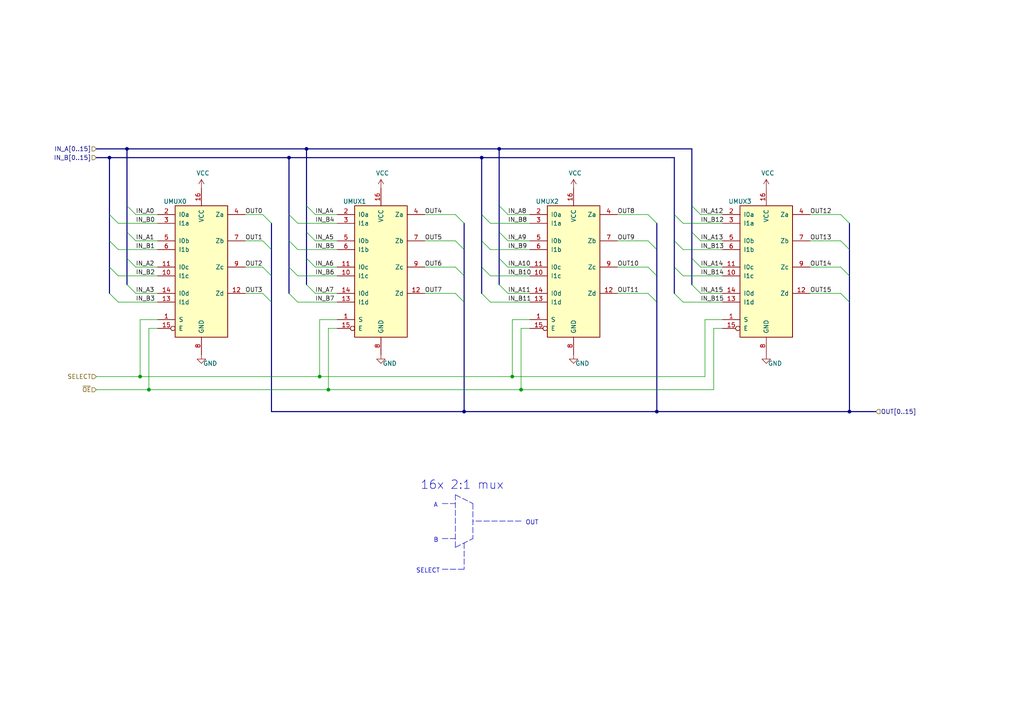
<source format=kicad_sch>
(kicad_sch (version 20211123) (generator eeschema)
  (paper "A4")
  (lib_symbols
    (symbol "74xx:74LS157" (pin_names (offset 1.016))
      (property "Reference" "U" (at -7.62 19.05 0))
      (property "Value" "74LS157" (at -7.62 -21.59 0))
      (symbol "74LS157_1_0"
        (pin input line (at -12.7 -15.24 0) (length 5.08) (name "S") (number "1"))
        (pin input line (at -12.7 -2.54 0) (length 5.08) (name "I1c") (number "10"))
        (pin input line (at -12.7 0 0) (length 5.08) (name "I0c") (number "11"))
        (pin output line (at 12.7 -7.62 180) (length 5.08) (name "Zd") (number "12"))
        (pin input line (at -12.7 -10.16 0) (length 5.08) (name "I1d") (number "13"))
        (pin input line (at -12.7 -7.62 0) (length 5.08) (name "I0d") (number "14"))
        (pin input inverted (at -12.7 -17.78 0) (length 5.08) (name "E") (number "15"))
        (pin power_in line (at 0 22.86 270) (length 5.08) (name "VCC") (number "16"))
        (pin input line (at -12.7 15.24 0) (length 5.08) (name "I0a") (number "2"))
        (pin input line (at -12.7 12.7 0) (length 5.08) (name "I1a") (number "3"))
        (pin output line (at 12.7 15.24 180) (length 5.08) (name "Za") (number "4"))
        (pin input line (at -12.7 7.62 0) (length 5.08) (name "I0b") (number "5"))
        (pin input line (at -12.7 5.08 0) (length 5.08) (name "I1b") (number "6"))
        (pin output line (at 12.7 7.62 180) (length 5.08) (name "Zb") (number "7"))
        (pin power_in line (at 0 -25.4 90) (length 5.08) (name "GND") (number "8"))
        (pin output line (at 12.7 0 180) (length 5.08) (name "Zc") (number "9"))
      )
      (symbol "74LS157_1_1"
        (rectangle (start -7.62 17.78) (end 7.62 -20.32) (stroke (width 0.254)) (fill (type background)))
      )
    )
    (symbol "power:GND" (power) (pin_names (offset 0))
      (property "Value" "GND" (at 0 -3.81 0))
      (symbol "GND_0_1"
        (polyline (pts (xy 0 0) (xy 0 -1.27) (xy 1.27 -1.27) (xy 0 -2.54) (xy -1.27 -1.27) (xy 0 -1.27)))
      )
      (symbol "GND_1_1"
        (pin power_in line (at 0 0 270) (length 0) hide (name "GND") (number "1"))
      )
    )
    (symbol "power:VCC" (power) (pin_names (offset 0))
      (property "Value" "VCC" (at 0 3.81 0))
      (symbol "VCC_0_1"
        (polyline (pts (xy -0.762 1.27) (xy 0 2.54)))
        (polyline (pts (xy 0 0) (xy 0 2.54)))
        (polyline (pts (xy 0 2.54) (xy 0.762 1.27)))
      )
      (symbol "VCC_1_1"
        (pin power_in line (at 0 0 90) (length 0) hide (name "VCC") (number "1"))
      )
    )
  )
  (junction (at 134.62 119.38))
  (junction (at 148.59 109.22))
  (junction (at 40.64 109.22))
  (junction (at 144.78 43.18))
  (junction (at 83.82 45.72))
  (junction (at 88.9 43.18))
  (junction (at 246.38 119.38))
  (junction (at 190.5 119.38))
  (junction (at 31.75 45.72))
  (junction (at 151.13 113.03))
  (junction (at 36.83 43.18))
  (junction (at 92.71 109.22))
  (junction (at 43.18 113.03))
  (junction (at 139.7 45.72))
  (junction (at 95.25 113.03))
  (bus_entry (at 195.58 85.09) (size 2.54 2.54))
  (bus_entry (at 200.66 82.55) (size 2.54 2.54))
  (bus_entry (at 243.84 69.85) (size 2.54 2.54))
  (bus_entry (at 83.82 69.85) (size 2.54 2.54))
  (bus_entry (at 200.66 59.69) (size 2.54 2.54))
  (bus_entry (at 36.83 74.93) (size 2.54 2.54))
  (bus_entry (at 187.96 85.09) (size 2.54 2.54))
  (bus_entry (at 195.58 69.85) (size 2.54 2.54))
  (bus_entry (at 187.96 62.23) (size 2.54 2.54))
  (bus_entry (at 132.08 85.09) (size 2.54 2.54))
  (bus_entry (at 132.08 62.23) (size 2.54 2.54))
  (bus_entry (at 36.83 67.31) (size 2.54 2.54))
  (bus_entry (at 31.75 77.47) (size 2.54 2.54))
  (bus_entry (at 76.2 69.85) (size 2.54 2.54))
  (bus_entry (at 88.9 67.31) (size 2.54 2.54))
  (bus_entry (at 200.66 67.31) (size 2.54 2.54))
  (bus_entry (at 195.58 77.47) (size 2.54 2.54))
  (bus_entry (at 31.75 62.23) (size 2.54 2.54))
  (bus_entry (at 132.08 77.47) (size 2.54 2.54))
  (bus_entry (at 76.2 62.23) (size 2.54 2.54))
  (bus_entry (at 36.83 59.69) (size 2.54 2.54))
  (bus_entry (at 187.96 69.85) (size 2.54 2.54))
  (bus_entry (at 200.66 74.93) (size 2.54 2.54))
  (bus_entry (at 243.84 77.47) (size 2.54 2.54))
  (bus_entry (at 83.82 85.09) (size 2.54 2.54))
  (bus_entry (at 76.2 77.47) (size 2.54 2.54))
  (bus_entry (at 31.75 85.09) (size 2.54 2.54))
  (bus_entry (at 243.84 62.23) (size 2.54 2.54))
  (bus_entry (at 139.7 62.23) (size 2.54 2.54))
  (bus_entry (at 139.7 85.09) (size 2.54 2.54))
  (bus_entry (at 195.58 62.23) (size 2.54 2.54))
  (bus_entry (at 88.9 74.93) (size 2.54 2.54))
  (bus_entry (at 139.7 69.85) (size 2.54 2.54))
  (bus_entry (at 187.96 77.47) (size 2.54 2.54))
  (bus_entry (at 36.83 82.55) (size 2.54 2.54))
  (bus_entry (at 132.08 69.85) (size 2.54 2.54))
  (bus_entry (at 144.78 82.55) (size 2.54 2.54))
  (bus_entry (at 243.84 85.09) (size 2.54 2.54))
  (bus_entry (at 139.7 77.47) (size 2.54 2.54))
  (bus_entry (at 31.75 69.85) (size 2.54 2.54))
  (bus_entry (at 88.9 59.69) (size 2.54 2.54))
  (bus_entry (at 144.78 74.93) (size 2.54 2.54))
  (bus_entry (at 144.78 59.69) (size 2.54 2.54))
  (bus_entry (at 83.82 77.47) (size 2.54 2.54))
  (bus_entry (at 144.78 67.31) (size 2.54 2.54))
  (bus_entry (at 76.2 85.09) (size 2.54 2.54))
  (bus_entry (at 88.9 82.55) (size 2.54 2.54))
  (bus_entry (at 83.82 62.23) (size 2.54 2.54))
  (polyline (pts (xy 132.08 158.75) (xy 137.16 156.21)))
  (bus (pts (xy 190.5 87.63) (xy 190.5 119.38)))
  (wire (pts (xy 95.25 113.03) (xy 151.13 113.03)))
  (bus (pts (xy 139.7 69.85) (xy 139.7 77.47)))
  (wire (pts (xy 92.71 109.22) (xy 92.71 92.71)))
  (bus (pts (xy 134.62 72.39) (xy 134.62 80.01)))
  (bus (pts (xy 83.82 77.47) (xy 83.82 85.09)))
  (polyline (pts (xy 128.27 156.21) (xy 132.08 156.21)))
  (bus (pts (xy 190.5 80.01) (xy 190.5 87.63)))
  (polyline (pts (xy 137.16 146.05) (xy 137.16 156.21)))
  (polyline (pts (xy 151.13 151.13) (xy 137.16 151.13)))
  (wire (pts (xy 209.55 69.85) (xy 203.2 69.85)))
  (wire (pts (xy 209.55 62.23) (xy 203.2 62.23)))
  (wire (pts (xy 234.95 77.47) (xy 243.84 77.47)))
  (wire (pts (xy 43.18 113.03) (xy 95.25 113.03)))
  (bus (pts (xy 190.5 64.77) (xy 190.5 72.39)))
  (bus (pts (xy 144.78 43.18) (xy 144.78 59.69)))
  (wire (pts (xy 203.2 85.09) (xy 209.55 85.09)))
  (bus (pts (xy 83.82 69.85) (xy 83.82 77.47)))
  (bus (pts (xy 36.83 43.18) (xy 88.9 43.18)))
  (wire (pts (xy 204.47 109.22) (xy 148.59 109.22)))
  (bus (pts (xy 200.66 59.69) (xy 200.66 67.31)))
  (bus (pts (xy 134.62 87.63) (xy 134.62 119.38)))
  (wire (pts (xy 71.12 69.85) (xy 76.2 69.85)))
  (bus (pts (xy 246.38 64.77) (xy 246.38 72.39)))
  (bus (pts (xy 78.74 119.38) (xy 134.62 119.38)))
  (wire (pts (xy 97.79 69.85) (xy 91.44 69.85)))
  (wire (pts (xy 76.2 62.23) (xy 71.12 62.23)))
  (bus (pts (xy 78.74 87.63) (xy 78.74 119.38)))
  (bus (pts (xy 27.94 43.18) (xy 36.83 43.18)))
  (wire (pts (xy 179.07 62.23) (xy 187.96 62.23)))
  (bus (pts (xy 195.58 62.23) (xy 195.58 69.85)))
  (wire (pts (xy 76.2 77.47) (xy 71.12 77.47)))
  (wire (pts (xy 86.36 72.39) (xy 97.79 72.39)))
  (wire (pts (xy 179.07 69.85) (xy 187.96 69.85)))
  (bus (pts (xy 195.58 69.85) (xy 195.58 77.47)))
  (wire (pts (xy 123.19 85.09) (xy 132.08 85.09)))
  (bus (pts (xy 31.75 62.23) (xy 31.75 69.85)))
  (wire (pts (xy 153.67 62.23) (xy 147.32 62.23)))
  (wire (pts (xy 45.72 87.63) (xy 34.29 87.63)))
  (bus (pts (xy 134.62 119.38) (xy 190.5 119.38)))
  (wire (pts (xy 97.79 95.25) (xy 95.25 95.25)))
  (wire (pts (xy 198.12 72.39) (xy 209.55 72.39)))
  (wire (pts (xy 148.59 109.22) (xy 92.71 109.22)))
  (wire (pts (xy 34.29 64.77) (xy 45.72 64.77)))
  (wire (pts (xy 97.79 62.23) (xy 91.44 62.23)))
  (bus (pts (xy 134.62 64.77) (xy 134.62 72.39)))
  (bus (pts (xy 88.9 59.69) (xy 88.9 67.31)))
  (bus (pts (xy 144.78 59.69) (xy 144.78 67.31)))
  (wire (pts (xy 142.24 72.39) (xy 153.67 72.39)))
  (bus (pts (xy 88.9 74.93) (xy 88.9 82.55)))
  (wire (pts (xy 209.55 95.25) (xy 207.01 95.25)))
  (bus (pts (xy 190.5 72.39) (xy 190.5 80.01)))
  (wire (pts (xy 179.07 77.47) (xy 187.96 77.47)))
  (wire (pts (xy 234.95 69.85) (xy 243.84 69.85)))
  (wire (pts (xy 198.12 80.01) (xy 209.55 80.01)))
  (wire (pts (xy 40.64 109.22) (xy 40.64 92.71)))
  (bus (pts (xy 83.82 45.72) (xy 139.7 45.72)))
  (wire (pts (xy 153.67 69.85) (xy 147.32 69.85)))
  (bus (pts (xy 144.78 67.31) (xy 144.78 74.93)))
  (bus (pts (xy 78.74 72.39) (xy 78.74 80.01)))
  (wire (pts (xy 209.55 77.47) (xy 203.2 77.47)))
  (wire (pts (xy 40.64 92.71) (xy 45.72 92.71)))
  (bus (pts (xy 200.66 67.31) (xy 200.66 74.93)))
  (wire (pts (xy 204.47 109.22) (xy 204.47 92.71)))
  (wire (pts (xy 45.72 62.23) (xy 39.37 62.23)))
  (wire (pts (xy 34.29 72.39) (xy 45.72 72.39)))
  (polyline (pts (xy 128.27 146.05) (xy 132.08 146.05)))
  (bus (pts (xy 31.75 69.85) (xy 31.75 77.47)))
  (bus (pts (xy 31.75 77.47) (xy 31.75 85.09)))
  (bus (pts (xy 139.7 45.72) (xy 195.58 45.72)))
  (wire (pts (xy 207.01 95.25) (xy 207.01 113.03)))
  (bus (pts (xy 246.38 87.63) (xy 246.38 119.38)))
  (bus (pts (xy 139.7 62.23) (xy 139.7 69.85)))
  (polyline (pts (xy 132.08 143.51) (xy 137.16 146.05)))
  (wire (pts (xy 34.29 80.01) (xy 45.72 80.01)))
  (bus (pts (xy 83.82 62.23) (xy 83.82 69.85)))
  (bus (pts (xy 36.83 59.69) (xy 36.83 67.31)))
  (bus (pts (xy 190.5 119.38) (xy 246.38 119.38)))
  (wire (pts (xy 148.59 109.22) (xy 148.59 92.71)))
  (wire (pts (xy 39.37 85.09) (xy 45.72 85.09)))
  (bus (pts (xy 78.74 64.77) (xy 78.74 72.39)))
  (wire (pts (xy 43.18 95.25) (xy 43.18 113.03)))
  (wire (pts (xy 45.72 69.85) (xy 39.37 69.85)))
  (bus (pts (xy 36.83 67.31) (xy 36.83 74.93)))
  (wire (pts (xy 148.59 92.71) (xy 153.67 92.71)))
  (bus (pts (xy 83.82 45.72) (xy 83.82 62.23)))
  (wire (pts (xy 27.94 113.03) (xy 43.18 113.03)))
  (wire (pts (xy 27.94 109.22) (xy 40.64 109.22)))
  (wire (pts (xy 95.25 95.25) (xy 95.25 113.03)))
  (wire (pts (xy 234.95 85.09) (xy 243.84 85.09)))
  (wire (pts (xy 153.67 87.63) (xy 142.24 87.63)))
  (wire (pts (xy 147.32 85.09) (xy 153.67 85.09)))
  (wire (pts (xy 45.72 77.47) (xy 39.37 77.47)))
  (bus (pts (xy 246.38 72.39) (xy 246.38 80.01)))
  (wire (pts (xy 198.12 64.77) (xy 209.55 64.77)))
  (bus (pts (xy 246.38 119.38) (xy 254 119.38)))
  (wire (pts (xy 142.24 80.01) (xy 153.67 80.01)))
  (wire (pts (xy 91.44 85.09) (xy 97.79 85.09)))
  (wire (pts (xy 142.24 64.77) (xy 153.67 64.77)))
  (wire (pts (xy 179.07 85.09) (xy 187.96 85.09)))
  (bus (pts (xy 88.9 67.31) (xy 88.9 74.93)))
  (bus (pts (xy 31.75 45.72) (xy 31.75 62.23)))
  (wire (pts (xy 123.19 62.23) (xy 132.08 62.23)))
  (bus (pts (xy 195.58 45.72) (xy 195.58 62.23)))
  (wire (pts (xy 153.67 77.47) (xy 147.32 77.47)))
  (wire (pts (xy 86.36 64.77) (xy 97.79 64.77)))
  (bus (pts (xy 139.7 77.47) (xy 139.7 85.09)))
  (wire (pts (xy 123.19 69.85) (xy 132.08 69.85)))
  (wire (pts (xy 97.79 77.47) (xy 91.44 77.47)))
  (bus (pts (xy 36.83 43.18) (xy 36.83 59.69)))
  (wire (pts (xy 97.79 87.63) (xy 86.36 87.63)))
  (bus (pts (xy 88.9 43.18) (xy 88.9 59.69)))
  (bus (pts (xy 246.38 80.01) (xy 246.38 87.63)))
  (bus (pts (xy 27.94 45.72) (xy 31.75 45.72)))
  (bus (pts (xy 195.58 77.47) (xy 195.58 85.09)))
  (bus (pts (xy 200.66 43.18) (xy 200.66 59.69)))
  (wire (pts (xy 123.19 77.47) (xy 132.08 77.47)))
  (bus (pts (xy 134.62 80.01) (xy 134.62 87.63)))
  (wire (pts (xy 153.67 95.25) (xy 151.13 95.25)))
  (wire (pts (xy 204.47 92.71) (xy 209.55 92.71)))
  (wire (pts (xy 71.12 85.09) (xy 76.2 85.09)))
  (wire (pts (xy 45.72 95.25) (xy 43.18 95.25)))
  (wire (pts (xy 151.13 113.03) (xy 207.01 113.03)))
  (polyline (pts (xy 134.62 157.48) (xy 134.62 165.1)))
  (bus (pts (xy 36.83 74.93) (xy 36.83 82.55)))
  (bus (pts (xy 200.66 74.93) (xy 200.66 82.55)))
  (wire (pts (xy 209.55 87.63) (xy 198.12 87.63)))
  (bus (pts (xy 88.9 43.18) (xy 144.78 43.18)))
  (bus (pts (xy 31.75 45.72) (xy 83.82 45.72)))
  (bus (pts (xy 78.74 80.01) (xy 78.74 87.63)))
  (polyline (pts (xy 132.08 158.75) (xy 132.08 143.51)))
  (wire (pts (xy 234.95 62.23) (xy 243.84 62.23)))
  (bus (pts (xy 144.78 43.18) (xy 200.66 43.18)))
  (wire (pts (xy 151.13 95.25) (xy 151.13 113.03)))
  (wire (pts (xy 86.36 80.01) (xy 97.79 80.01)))
  (bus (pts (xy 139.7 45.72) (xy 139.7 62.23)))
  (wire (pts (xy 92.71 92.71) (xy 97.79 92.71)))
  (bus (pts (xy 144.78 74.93) (xy 144.78 82.55)))
  (polyline (pts (xy 128.27 165.1) (xy 134.62 165.1)))
  (wire (pts (xy 40.64 109.22) (xy 92.71 109.22)))
  (text "A" (at 125.73 147.32 0) (effects (font (size 1.27 1.27)) (justify left bottom)))
  (text "B" (at 125.73 157.48 0) (effects (font (size 1.27 1.27)) (justify left bottom)))
  (text "16x 2:1 mux" (at 121.92 142.24 0) (effects (font (size 2.4892 2.4892)) (justify left bottom)))
  (text "OUT" (at 152.4 152.4 0) (effects (font (size 1.27 1.27)) (justify left bottom)))
  (text "SELECT" (at 120.65 166.37 0) (effects (font (size 1.27 1.27)) (justify left bottom)))
  (label "IN_A6" (at 91.44 77.47 0))
  (label "OUT5" (at 123.19 69.85 0))
  (label "OUT6" (at 123.19 77.47 0))
  (label "OUT15" (at 234.95 85.09 0))
  (label "IN_B1" (at 39.37 72.39 0))
  (label "OUT2" (at 71.12 77.47 0))
  (label "IN_A8" (at 147.32 62.23 0))
  (label "IN_A0" (at 39.37 62.23 0))
  (label "OUT12" (at 234.95 62.23 0))
  (label "IN_A2" (at 39.37 77.47 0))
  (label "IN_B13" (at 203.2 72.39 0))
  (label "IN_A7" (at 91.44 85.09 0))
  (label "IN_A4" (at 91.44 62.23 0))
  (label "IN_B3" (at 39.37 87.63 0))
  (label "IN_A14" (at 203.2 77.47 0))
  (label "IN_A5" (at 91.44 69.85 0))
  (label "IN_B12" (at 203.2 64.77 0))
  (label "OUT8" (at 179.07 62.23 0))
  (label "OUT14" (at 234.95 77.47 0))
  (label "IN_B14" (at 203.2 80.01 0))
  (label "IN_A1" (at 39.37 69.85 0))
  (label "IN_B4" (at 91.44 64.77 0))
  (label "IN_B11" (at 147.32 87.63 0))
  (label "IN_B6" (at 91.44 80.01 0))
  (label "IN_A10" (at 147.32 77.47 0))
  (label "OUT3" (at 71.12 85.09 0))
  (label "IN_A9" (at 147.32 69.85 0))
  (label "IN_B2" (at 39.37 80.01 0))
  (label "IN_B7" (at 91.44 87.63 0))
  (label "OUT9" (at 179.07 69.85 0))
  (label "IN_B0" (at 39.37 64.77 0))
  (label "OUT7" (at 123.19 85.09 0))
  (label "IN_A11" (at 147.32 85.09 0))
  (label "IN_A3" (at 39.37 85.09 0))
  (label "IN_A12" (at 203.2 62.23 0))
  (label "OUT1" (at 71.12 69.85 0))
  (label "IN_A13" (at 203.2 69.85 0))
  (label "OUT0" (at 71.12 62.23 0))
  (label "OUT11" (at 179.07 85.09 0))
  (label "OUT13" (at 234.95 69.85 0))
  (label "IN_B15" (at 203.2 87.63 0))
  (label "IN_A15" (at 203.2 85.09 0))
  (label "IN_B5" (at 91.44 72.39 0))
  (label "OUT10" (at 179.07 77.47 0))
  (label "OUT4" (at 123.19 62.23 0))
  (label "IN_B9" (at 147.32 72.39 0))
  (label "IN_B10" (at 147.32 80.01 0))
  (label "IN_B8" (at 147.32 64.77 0))
  (hierarchical_label "IN_A[0..15]" (shape input) (at 27.94 43.18 180))
  (hierarchical_label "IN_B[0..15]" (shape input) (at 27.94 45.72 180))
  (hierarchical_label "~{OE}" (shape input) (at 27.94 113.03 180))
  (hierarchical_label "OUT[0..15]" (shape input) (at 254 119.38 0))
  (hierarchical_label "SELECT" (shape input) (at 27.94 109.22 180))
  (symbol (lib_id "74xx:74LS157") (at 58.42 77.47 0) (unit 1)
    (property "Reference" "UMUX0" (at 50.8 58.42 0))
    (property "Datasheet" "http://www.ti.com/lit/gpn/sn74LS157" (effects hide))
  )
  (symbol (lib_id "74xx:74LS157") (at 110.49 77.47 0) (unit 1)
    (property "Reference" "UMUX1" (at 102.87 58.42 0))
    (property "Datasheet" "http://www.ti.com/lit/gpn/sn74LS157" (effects hide))
  )
  (symbol (lib_id "74xx:74LS157") (at 166.37 77.47 0) (unit 1)
    (property "Reference" "UMUX2" (at 158.75 58.42 0))
    (property "Datasheet" "http://www.ti.com/lit/gpn/sn74LS157" (effects hide))
  )
  (symbol (lib_id "74xx:74LS157") (at 222.25 77.47 0) (unit 1)
    (property "Reference" "UMUX3" (at 214.63 58.42 0))
    (property "Datasheet" "http://www.ti.com/lit/gpn/sn74LS157" (effects hide))
  )
  (symbol (lib_id "power:VCC") (at 58.42 54.61 0) (unit 1)
    (property "Reference" "#PWR?" (effects hide))
  )
  (symbol (lib_id "power:GND") (at 58.42 102.87 0) (unit 1)
    (property "Reference" "#PWR?" (effects hide))
  )
  (symbol (lib_id "power:VCC") (at 110.49 54.61 0) (unit 1)
    (property "Reference" "#PWR?" (effects hide))
  )
  (symbol (lib_id "power:GND") (at 110.49 102.87 0) (unit 1)
    (property "Reference" "#PWR?" (effects hide))
  )
  (symbol (lib_id "power:GND") (at 166.37 102.87 0) (unit 1)
    (property "Reference" "#PWR?" (effects hide))
  )
  (symbol (lib_id "power:VCC") (at 166.37 54.61 0) (unit 1)
    (property "Reference" "#PWR?" (effects hide))
  )
  (symbol (lib_id "power:GND") (at 222.25 102.87 0) (unit 1)
    (property "Reference" "#PWR?" (effects hide))
  )
  (symbol (lib_id "power:VCC") (at 222.25 54.61 0) (unit 1)
    (property "Reference" "#PWR?" (effects hide))
  )
)
</source>
